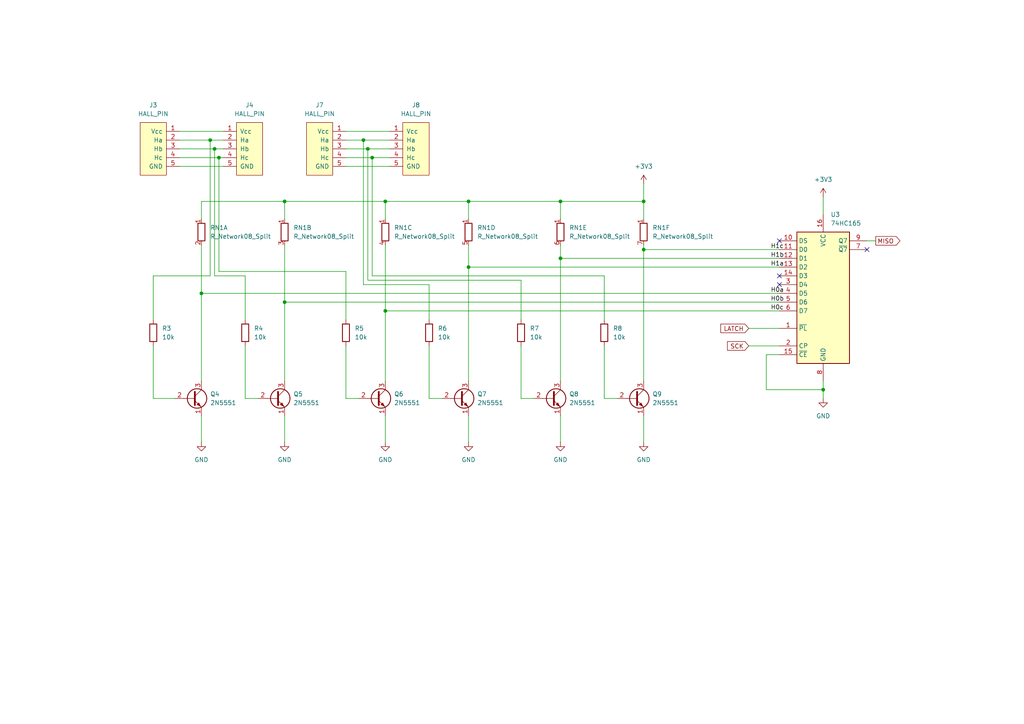
<source format=kicad_sch>
(kicad_sch (version 20250114) (generator "eeschema") (generator_version "9.0")
  (paper "A4")
  (lib_symbols
    (symbol "2SC1815_1" (pin_names (offset 0) (hide yes))
      (property "Reference" "Q3" (at 5.08 1.2701 0))
      (property "Value" "2SC1815" (at 5.08 -1.2699 0))
      (symbol "2SC1815_1_0_1"
        (polyline (pts (xy -2.54 0) (xy 0.635 0)))
        (polyline (pts (xy 0.635 1.905) (xy 0.635 -1.905)) (stroke (width 0.508)))
        (circle (center 1.27 0) (radius 2.8194) (stroke (width 0.254)))
      )
      (symbol "2SC1815_1_1_1"
        (polyline (pts (xy 0.635 0.635) (xy 2.54 2.54)))
        (polyline (pts (xy 0.635 -0.635) (xy 2.54 -2.54)))
        (polyline (pts (xy 1.27 -1.778) (xy 1.778 -1.27) (xy 2.286 -2.286) (xy 1.27 -1.778)) (fill (type outline)))
        (pin input line (at -5.08 0 0) (length 2.54) (name "B") (number "2"))
        (pin passive line (at 2.54 5.08 270) (length 2.54) (name "C") (number "3"))
        (pin passive line (at 2.54 -5.08 90) (length 2.54) (name "E") (number "1"))
      )
    )
    (symbol "74xx:74HC165"
      (property "Reference" "U" (at -7.62 19.05 0))
      (property "Value" "74HC165" (at -7.62 -21.59 0))
      (symbol "74HC165_1_0"
        (pin input line (at -12.7 15.24 0) (length 5.08) (name "DS") (number "10"))
        (pin input line (at -12.7 12.7 0) (length 5.08) (name "D0") (number "11"))
        (pin input line (at -12.7 10.16 0) (length 5.08) (name "D1") (number "12"))
        (pin input line (at -12.7 7.62 0) (length 5.08) (name "D2") (number "13"))
        (pin input line (at -12.7 5.08 0) (length 5.08) (name "D3") (number "14"))
        (pin input line (at -12.7 2.54 0) (length 5.08) (name "D4") (number "3"))
        (pin input line (at -12.7 0 0) (length 5.08) (name "D5") (number "4"))
        (pin input line (at -12.7 -2.54 0) (length 5.08) (name "D6") (number "5"))
        (pin input line (at -12.7 -5.08 0) (length 5.08) (name "D7") (number "6"))
        (pin input line (at -12.7 -10.16 0) (length 5.08) (name "~{PL}") (number "1"))
        (pin input line (at -12.7 -15.24 0) (length 5.08) (name "CP") (number "2"))
        (pin input line (at -12.7 -17.78 0) (length 5.08) (name "~{CE}") (number "15"))
        (pin power_in line (at 0 22.86 270) (length 5.08) (name "VCC") (number "16"))
        (pin power_in line (at 0 -25.4 90) (length 5.08) (name "GND") (number "8"))
        (pin output line (at 12.7 15.24 180) (length 5.08) (name "Q7") (number "9"))
        (pin output line (at 12.7 12.7 180) (length 5.08) (name "~{Q7}") (number "7"))
      )
      (symbol "74HC165_1_1"
        (rectangle (start -7.62 17.78) (end 7.62 -20.32) (stroke (width 0.254)) (fill (type background)))
      )
    )
    (symbol "Conn_01x05_Pin_1" (pin_names (offset 1.016))
      (property "Reference" "J2" (at -10.414 6.35 0))
      (property "Value" "HALL_PIN" (at -7.366 4.064 0))
      (symbol "Conn_01x05_Pin_1_1_1"
        (rectangle (start -11.43 2.54) (end -3.81 -12.7) (fill (type background)))
        (pin passive line (at 0 0 180) (length 3.81) (name "Vcc") (number "1"))
        (pin passive line (at 0 -2.54 180) (length 3.81) (name "Ha") (number "2"))
        (pin passive line (at 0 -5.08 180) (length 3.81) (name "Hb") (number "3"))
        (pin passive line (at 0 -7.62 180) (length 3.81) (name "Hc") (number "4"))
        (pin passive line (at 0 -10.16 180) (length 3.81) (name "GND") (number "5"))
      )
    )
    (symbol "Device:R" (pin_numbers (hide yes)) (pin_names (offset 0))
      (property "Reference" "R" (at 2.032 0 90))
      (property "Value" "R" (at 0 0 90))
      (symbol "R_0_1"
        (rectangle (start -1.016 -2.54) (end 1.016 2.54) (stroke (width 0.254)))
      )
      (symbol "R_1_1"
        (pin passive line (at 0 3.81 270) (length 1.27) (name "~") (number "1"))
        (pin passive line (at 0 -3.81 90) (length 1.27) (name "~") (number "2"))
      )
    )
    (symbol "Device:R_Network08_Split" (pin_names (offset 0) (hide yes))
      (property "Reference" "RN" (at 2.032 0 90))
      (property "Value" "R_Network08_Split" (at 0 0 90))
      (symbol "R_Network08_Split_0_1"
        (rectangle (start 1.016 2.54) (end -1.016 -2.54) (stroke (width 0.254)))
        (pin passive line (at 0 3.81 270) (length 1.27) (name "R1") (number "1"))
      )
      (symbol "R_Network08_Split_1_1"
        (pin passive line (at 0 -3.81 90) (length 1.27) (name "R1.2") (number "2"))
      )
      (symbol "R_Network08_Split_2_1"
        (pin passive line (at 0 -3.81 90) (length 1.27) (name "R2.2") (number "3"))
      )
      (symbol "R_Network08_Split_3_1"
        (pin passive line (at 0 -3.81 90) (length 1.27) (name "R3.2") (number "4"))
      )
      (symbol "R_Network08_Split_4_1"
        (pin passive line (at 0 -3.81 90) (length 1.27) (name "R4.2") (number "5"))
      )
      (symbol "R_Network08_Split_5_1"
        (pin passive line (at 0 -3.81 90) (length 1.27) (name "R5.2") (number "6"))
      )
      (symbol "R_Network08_Split_6_1"
        (pin passive line (at 0 -3.81 90) (length 1.27) (name "R6.2") (number "7"))
      )
      (symbol "R_Network08_Split_7_1"
        (pin passive line (at 0 -3.81 90) (length 1.27) (name "R7.2") (number "8"))
      )
      (symbol "R_Network08_Split_8_1"
        (pin passive line (at 0 -3.81 90) (length 1.27) (name "R8.2") (number "9"))
      )
    )
    (symbol "power:+3V3" (power) (pin_numbers (hide yes)) (pin_names (offset 0) (hide yes))
      (property "Value" "+3V3" (at 0 3.556 0))
      (symbol "+3V3_0_1"
        (polyline (pts (xy -0.762 1.27) (xy 0 2.54)))
        (polyline (pts (xy 0 2.54) (xy 0.762 1.27)))
        (polyline (pts (xy 0 0) (xy 0 2.54)))
      )
      (symbol "+3V3_1_1"
        (pin power_in line (at 0 0 90) (length 0) (name "~") (number "1"))
      )
    )
    (symbol "power:GND" (power) (pin_numbers (hide yes)) (pin_names (offset 0) (hide yes))
      (property "Value" "GND" (at 0 -3.81 0))
      (symbol "GND_0_1"
        (polyline (pts (xy 0 0) (xy 0 -1.27) (xy 1.27 -1.27) (xy 0 -2.54) (xy -1.27 -1.27) (xy 0 -1.27)))
      )
      (symbol "GND_1_1"
        (pin power_in line (at 0 0 270) (length 0) (name "~") (number "1"))
      )
    )
  )
  (junction (at 135.89 58.42))
  (junction (at 63.5 45.72))
  (junction (at 135.89 77.47))
  (junction (at 82.55 87.63))
  (junction (at 107.95 45.72))
  (junction (at 58.42 85.09))
  (junction (at 106.68 43.18))
  (junction (at 162.56 74.93))
  (junction (at 105.41 40.64))
  (junction (at 111.76 58.42))
  (junction (at 186.69 58.42))
  (junction (at 238.76 113.03))
  (junction (at 62.23 43.18))
  (junction (at 82.55 58.42))
  (junction (at 162.56 58.42))
  (junction (at 111.76 90.17))
  (junction (at 186.69 72.39))
  (junction (at 60.96 40.64))
  (no_connect (at 251.46 72.39))
  (no_connect (at 226.06 82.55))
  (no_connect (at 226.06 69.85))
  (no_connect (at 226.06 80.01))
  (wire (pts (xy 162.56 74.93) (xy 162.56 71.12)))
  (wire (pts (xy 151.13 92.71) (xy 151.13 81.28)))
  (wire (pts (xy 62.23 80.01) (xy 62.23 43.18)))
  (wire (pts (xy 186.69 110.49) (xy 186.69 72.39)))
  (wire (pts (xy 44.45 92.71) (xy 44.45 80.01)))
  (wire (pts (xy 124.46 115.57) (xy 128.27 115.57)))
  (wire (pts (xy 113.03 45.72) (xy 107.95 45.72)))
  (wire (pts (xy 106.68 81.28) (xy 106.68 43.18)))
  (wire (pts (xy 113.03 43.18) (xy 106.68 43.18)))
  (wire (pts (xy 162.56 74.93) (xy 226.06 74.93)))
  (wire (pts (xy 100.33 100.33) (xy 100.33 115.57)))
  (wire (pts (xy 135.89 71.12) (xy 135.89 77.47)))
  (wire (pts (xy 58.42 71.12) (xy 58.42 85.09)))
  (wire (pts (xy 238.76 113.03) (xy 238.76 115.57)))
  (wire (pts (xy 100.33 78.74) (xy 63.5 78.74)))
  (wire (pts (xy 64.77 38.1) (xy 52.07 38.1)))
  (wire (pts (xy 186.69 72.39) (xy 226.06 72.39)))
  (wire (pts (xy 113.03 38.1) (xy 100.33 38.1)))
  (wire (pts (xy 113.03 40.64) (xy 105.41 40.64)))
  (wire (pts (xy 100.33 92.71) (xy 100.33 78.74)))
  (wire (pts (xy 107.95 45.72) (xy 100.33 45.72)))
  (wire (pts (xy 100.33 43.18) (xy 106.68 43.18)))
  (wire (pts (xy 124.46 82.55) (xy 105.41 82.55)))
  (wire (pts (xy 175.26 80.01) (xy 107.95 80.01)))
  (wire (pts (xy 44.45 80.01) (xy 60.96 80.01)))
  (wire (pts (xy 124.46 92.71) (xy 124.46 82.55)))
  (wire (pts (xy 111.76 71.12) (xy 111.76 90.17)))
  (wire (pts (xy 151.13 81.28) (xy 106.68 81.28)))
  (wire (pts (xy 44.45 115.57) (xy 44.45 100.33)))
  (wire (pts (xy 82.55 120.65) (xy 82.55 128.27)))
  (wire (pts (xy 162.56 120.65) (xy 162.56 128.27)))
  (wire (pts (xy 107.95 80.01) (xy 107.95 45.72)))
  (wire (pts (xy 162.56 110.49) (xy 162.56 74.93)))
  (wire (pts (xy 71.12 100.33) (xy 71.12 115.57)))
  (wire (pts (xy 60.96 80.01) (xy 60.96 40.64)))
  (wire (pts (xy 186.69 72.39) (xy 186.69 71.12)))
  (wire (pts (xy 135.89 63.5) (xy 135.89 58.42)))
  (wire (pts (xy 64.77 45.72) (xy 63.5 45.72)))
  (wire (pts (xy 71.12 80.01) (xy 62.23 80.01)))
  (wire (pts (xy 111.76 120.65) (xy 111.76 128.27)))
  (wire (pts (xy 64.77 48.26) (xy 52.07 48.26)))
  (wire (pts (xy 135.89 58.42) (xy 162.56 58.42)))
  (wire (pts (xy 135.89 77.47) (xy 226.06 77.47)))
  (wire (pts (xy 111.76 90.17) (xy 226.06 90.17)))
  (wire (pts (xy 162.56 58.42) (xy 186.69 58.42)))
  (wire (pts (xy 82.55 58.42) (xy 111.76 58.42)))
  (wire (pts (xy 64.77 43.18) (xy 62.23 43.18)))
  (wire (pts (xy 52.07 43.18) (xy 62.23 43.18)))
  (wire (pts (xy 82.55 87.63) (xy 226.06 87.63)))
  (wire (pts (xy 175.26 92.71) (xy 175.26 80.01)))
  (wire (pts (xy 111.76 58.42) (xy 135.89 58.42)))
  (wire (pts (xy 100.33 115.57) (xy 104.14 115.57)))
  (wire (pts (xy 105.41 82.55) (xy 105.41 40.64)))
  (wire (pts (xy 135.89 77.47) (xy 135.89 110.49)))
  (wire (pts (xy 111.76 90.17) (xy 111.76 110.49)))
  (wire (pts (xy 58.42 85.09) (xy 226.06 85.09)))
  (wire (pts (xy 58.42 63.5) (xy 58.42 58.42)))
  (wire (pts (xy 100.33 40.64) (xy 105.41 40.64)))
  (wire (pts (xy 222.25 102.87) (xy 226.06 102.87)))
  (wire (pts (xy 186.69 53.34) (xy 186.69 58.42)))
  (wire (pts (xy 124.46 100.33) (xy 124.46 115.57)))
  (wire (pts (xy 151.13 100.33) (xy 151.13 115.57)))
  (wire (pts (xy 113.03 48.26) (xy 100.33 48.26)))
  (wire (pts (xy 238.76 110.49) (xy 238.76 113.03)))
  (wire (pts (xy 238.76 57.15) (xy 238.76 62.23)))
  (wire (pts (xy 71.12 115.57) (xy 74.93 115.57)))
  (wire (pts (xy 217.17 95.25) (xy 226.06 95.25)))
  (wire (pts (xy 58.42 85.09) (xy 58.42 110.49)))
  (wire (pts (xy 50.8 115.57) (xy 44.45 115.57)))
  (wire (pts (xy 251.46 69.85) (xy 254 69.85)))
  (wire (pts (xy 82.55 110.49) (xy 82.55 87.63)))
  (wire (pts (xy 82.55 63.5) (xy 82.55 58.42)))
  (wire (pts (xy 151.13 115.57) (xy 154.94 115.57)))
  (wire (pts (xy 63.5 45.72) (xy 52.07 45.72)))
  (wire (pts (xy 226.06 100.33) (xy 217.17 100.33)))
  (wire (pts (xy 222.25 113.03) (xy 238.76 113.03)))
  (wire (pts (xy 58.42 120.65) (xy 58.42 128.27)))
  (wire (pts (xy 175.26 100.33) (xy 175.26 115.57)))
  (wire (pts (xy 162.56 63.5) (xy 162.56 58.42)))
  (wire (pts (xy 186.69 120.65) (xy 186.69 128.27)))
  (wire (pts (xy 58.42 58.42) (xy 82.55 58.42)))
  (wire (pts (xy 52.07 40.64) (xy 60.96 40.64)))
  (wire (pts (xy 186.69 58.42) (xy 186.69 63.5)))
  (wire (pts (xy 63.5 78.74) (xy 63.5 45.72)))
  (wire (pts (xy 71.12 92.71) (xy 71.12 80.01)))
  (wire (pts (xy 111.76 63.5) (xy 111.76 58.42)))
  (wire (pts (xy 135.89 120.65) (xy 135.89 128.27)))
  (wire (pts (xy 222.25 102.87) (xy 222.25 113.03)))
  (wire (pts (xy 179.07 115.57) (xy 175.26 115.57)))
  (wire (pts (xy 82.55 87.63) (xy 82.55 71.12)))
  (wire (pts (xy 64.77 40.64) (xy 60.96 40.64)))
  (label "H1a" (at 223.52 77.47 0))
  (label "H0c" (at 223.52 90.17 0))
  (label "H0a" (at 223.52 85.09 0))
  (label "H1b" (at 223.52 74.93 0))
  (label "H0b" (at 223.52 87.63 0))
  (label "H1c" (at 223.52 72.39 0))
  (global_label "MISO" (shape output) (at 254 69.85 0) (property "Intersheetrefs" "${INTERSHEET_REFS}" (effects (hide yes))))
  (global_label "SCK" (shape input) (at 217.17 100.33 180) (property "Intersheetrefs" "${INTERSHEET_REFS}" (effects (hide yes))))
  (global_label "LATCH" (shape input) (at 217.17 95.25 180) (property "Intersheetrefs" "${INTERSHEET_REFS}" (effects (hide yes))))
  (symbol (lib_name "Conn_01x05_Pin_1") (lib_id "Connector:Conn_01x05_Pin") (at 113.03 38.1 0) (mirror y) (unit 1)
    (property "Reference" "J8" (at 120.65 30.48 0))
    (property "Value" "HALL_PIN" (at 120.65 33.02 0))
    (property "Footprint" "Connector_PinHeader_2.54mm:PinHeader_1x05_P2.54mm_Vertical" (effects (hide yes)))
    (property "Description" "Generic connector, single row, 01x05, script generated" (effects (hide yes)))
  )
  (symbol (lib_id "Device:R") (at 124.46 96.52 0) (unit 1)
    (property "Reference" "R6" (at 127 95.2499 0) (effects (justify left)))
    (property "Value" "10k" (at 127 97.7899 0) (effects (justify left)))
    (property "Footprint" "Resistor_THT:R_Axial_DIN0207_L6.3mm_D2.5mm_P10.16mm_Horizontal" (effects (hide yes)))
    (property "Description" "Resistor" (effects (hide yes)))
  )
  (symbol (lib_id "Device:R") (at 44.45 96.52 0) (unit 1)
    (property "Reference" "R3" (at 46.99 95.2499 0) (effects (justify left)))
    (property "Value" "10k" (at 46.99 97.7899 0) (effects (justify left)))
    (property "Footprint" "Resistor_THT:R_Axial_DIN0207_L6.3mm_D2.5mm_P10.16mm_Horizontal" (effects (hide yes)))
    (property "Description" "Resistor" (effects (hide yes)))
  )
  (symbol (lib_id "power:GND") (at 238.76 115.57 0) (unit 1)
    (property "Reference" "#PWR017" (effects (hide yes)))
    (property "Value" "GND" (at 238.76 120.65 0))
    (property "Description" "Power symbol creates a global label with name \"GND\" , ground" (effects (hide yes)))
  )
  (symbol (lib_name "2SC1815_1") (lib_id "Transistor_BJT:2SC1815") (at 109.22 115.57 0) (unit 1)
    (property "Reference" "Q6" (at 114.3 114.2999 0) (effects (justify left)))
    (property "Value" "2N5551" (at 114.3 116.8399 0) (effects (justify left)))
    (property "Footprint" "Package_TO_SOT_THT:TO-92_Inline" (effects (hide yes)))
    (property "Datasheet" "https://media.digikey.com/pdf/Data%20Sheets/Toshiba%20PDFs/2SC1815.pdf" (effects (hide yes)))
    (property "Description" "0.15A Ic, 50V Vce, Low Noise Audio NPN Transistor, TO-92" (effects (hide yes)))
  )
  (symbol (lib_id "Device:R") (at 175.26 96.52 0) (unit 1)
    (property "Reference" "R8" (at 177.8 95.2499 0) (effects (justify left)))
    (property "Value" "10k" (at 177.8 97.7899 0) (effects (justify left)))
    (property "Footprint" "Resistor_THT:R_Axial_DIN0207_L6.3mm_D2.5mm_P10.16mm_Horizontal" (effects (hide yes)))
    (property "Description" "Resistor" (effects (hide yes)))
  )
  (symbol (lib_id "Device:R_Network08_Split") (at 162.56 67.31 0) (unit 5)
    (property "Reference" "RN1" (at 165.1 66.0399 0) (effects (justify left)))
    (property "Value" "R_Network08_Split" (at 165.1 68.5799 0) (effects (justify left)))
    (property "Footprint" "Resistor_THT:R_Array_SIP9" (effects (hide yes)))
    (property "Datasheet" "http://www.vishay.com/docs/31509/csc.pdf" (effects (hide yes)))
    (property "Description" "8 resistor network, star topology, bussed resistors, split" (effects (hide yes)))
  )
  (symbol (lib_name "2SC1815_1") (lib_id "Transistor_BJT:2SC1815") (at 184.15 115.57 0) (unit 1)
    (property "Reference" "Q9" (at 189.23 114.2999 0) (effects (justify left)))
    (property "Value" "2N5551" (at 189.23 116.8399 0) (effects (justify left)))
    (property "Footprint" "Package_TO_SOT_THT:TO-92_Inline" (effects (hide yes)))
    (property "Datasheet" "https://media.digikey.com/pdf/Data%20Sheets/Toshiba%20PDFs/2SC1815.pdf" (effects (hide yes)))
    (property "Description" "0.15A Ic, 50V Vce, Low Noise Audio NPN Transistor, TO-92" (effects (hide yes)))
  )
  (symbol (lib_id "power:GND") (at 135.89 128.27 0) (unit 1)
    (property "Reference" "#PWR020" (effects (hide yes)))
    (property "Value" "GND" (at 135.89 133.35 0))
    (property "Description" "Power symbol creates a global label with name \"GND\" , ground" (effects (hide yes)))
  )
  (symbol (lib_id "power:GND") (at 162.56 128.27 0) (unit 1)
    (property "Reference" "#PWR019" (effects (hide yes)))
    (property "Value" "GND" (at 162.56 133.35 0))
    (property "Description" "Power symbol creates a global label with name \"GND\" , ground" (effects (hide yes)))
  )
  (symbol (lib_name "Conn_01x05_Pin_1") (lib_id "Connector:Conn_01x05_Pin") (at 64.77 38.1 0) (mirror y) (unit 1)
    (property "Reference" "J4" (at 72.39 30.48 0))
    (property "Value" "HALL_PIN" (at 72.39 33.02 0))
    (property "Footprint" "Connector_PinHeader_2.54mm:PinHeader_1x05_P2.54mm_Vertical" (effects (hide yes)))
    (property "Description" "Generic connector, single row, 01x05, script generated" (effects (hide yes)))
  )
  (symbol (lib_name "2SC1815_1") (lib_id "Transistor_BJT:2SC1815") (at 160.02 115.57 0) (unit 1)
    (property "Reference" "Q8" (at 165.1 114.2999 0) (effects (justify left)))
    (property "Value" "2N5551" (at 165.1 116.8399 0) (effects (justify left)))
    (property "Footprint" "Package_TO_SOT_THT:TO-92_Inline" (effects (hide yes)))
    (property "Datasheet" "https://media.digikey.com/pdf/Data%20Sheets/Toshiba%20PDFs/2SC1815.pdf" (effects (hide yes)))
    (property "Description" "0.15A Ic, 50V Vce, Low Noise Audio NPN Transistor, TO-92" (effects (hide yes)))
  )
  (symbol (lib_id "Device:R_Network08_Split") (at 186.69 67.31 0) (unit 6)
    (property "Reference" "RN1" (at 189.23 66.0399 0) (effects (justify left)))
    (property "Value" "R_Network08_Split" (at 189.23 68.5799 0) (effects (justify left)))
    (property "Footprint" "Resistor_THT:R_Array_SIP9" (effects (hide yes)))
    (property "Datasheet" "http://www.vishay.com/docs/31509/csc.pdf" (effects (hide yes)))
    (property "Description" "8 resistor network, star topology, bussed resistors, split" (effects (hide yes)))
  )
  (symbol (lib_id "74xx:74HC165") (at 238.76 85.09 0) (unit 1)
    (property "Reference" "U3" (at 240.9033 62.23 0) (effects (justify left)))
    (property "Value" "74HC165" (at 240.9033 64.77 0) (effects (justify left)))
    (property "Footprint" "Package_DIP:DIP-16_W7.62mm_LongPads" (effects (hide yes)))
    (property "Datasheet" "https://assets.nexperia.com/documents/data-sheet/74HC_HCT165.pdf" (effects (hide yes)))
    (property "Description" "Shift Register, 8-bit, Parallel Load" (effects (hide yes)))
  )
  (symbol (lib_id "Device:R_Network08_Split") (at 58.42 67.31 0) (unit 1)
    (property "Reference" "RN1" (at 60.96 66.0399 0) (effects (justify left)))
    (property "Value" "R_Network08_Split" (at 60.96 68.5799 0) (effects (justify left)))
    (property "Footprint" "Resistor_THT:R_Array_SIP9" (effects (hide yes)))
    (property "Datasheet" "http://www.vishay.com/docs/31509/csc.pdf" (effects (hide yes)))
    (property "Description" "8 resistor network, star topology, bussed resistors, split" (effects (hide yes)))
  )
  (symbol (lib_id "Device:R") (at 151.13 96.52 0) (unit 1)
    (property "Reference" "R7" (at 153.67 95.2499 0) (effects (justify left)))
    (property "Value" "10k" (at 153.67 97.7899 0) (effects (justify left)))
    (property "Footprint" "Resistor_THT:R_Axial_DIN0207_L6.3mm_D2.5mm_P10.16mm_Horizontal" (effects (hide yes)))
    (property "Description" "Resistor" (effects (hide yes)))
  )
  (symbol (lib_id "power:GND") (at 58.42 128.27 0) (unit 1)
    (property "Reference" "#PWR023" (effects (hide yes)))
    (property "Value" "GND" (at 58.42 133.35 0))
    (property "Description" "Power symbol creates a global label with name \"GND\" , ground" (effects (hide yes)))
  )
  (symbol (lib_id "Device:R") (at 100.33 96.52 0) (unit 1)
    (property "Reference" "R5" (at 102.87 95.2499 0) (effects (justify left)))
    (property "Value" "10k" (at 102.87 97.7899 0) (effects (justify left)))
    (property "Footprint" "Resistor_THT:R_Axial_DIN0207_L6.3mm_D2.5mm_P10.16mm_Horizontal" (effects (hide yes)))
    (property "Description" "Resistor" (effects (hide yes)))
  )
  (symbol (lib_id "power:+3V3") (at 186.69 53.34 0) (unit 1)
    (property "Reference" "#PWR024" (effects (hide yes)))
    (property "Value" "+3V3" (at 186.69 48.26 0))
    (property "Description" "Power symbol creates a global label with name \"+3V3\"" (effects (hide yes)))
  )
  (symbol (lib_id "Device:R_Network08_Split") (at 111.76 67.31 0) (unit 3)
    (property "Reference" "RN1" (at 114.3 66.0399 0) (effects (justify left)))
    (property "Value" "R_Network08_Split" (at 114.3 68.5799 0) (effects (justify left)))
    (property "Footprint" "Resistor_THT:R_Array_SIP9" (effects (hide yes)))
    (property "Datasheet" "http://www.vishay.com/docs/31509/csc.pdf" (effects (hide yes)))
    (property "Description" "8 resistor network, star topology, bussed resistors, split" (effects (hide yes)))
  )
  (symbol (lib_id "power:GND") (at 111.76 128.27 0) (unit 1)
    (property "Reference" "#PWR021" (effects (hide yes)))
    (property "Value" "GND" (at 111.76 133.35 0))
    (property "Description" "Power symbol creates a global label with name \"GND\" , ground" (effects (hide yes)))
  )
  (symbol (lib_name "2SC1815_1") (lib_id "Transistor_BJT:2SC1815") (at 55.88 115.57 0) (unit 1)
    (property "Reference" "Q4" (at 60.96 114.2999 0) (effects (justify left)))
    (property "Value" "2N5551" (at 60.96 116.8399 0) (effects (justify left)))
    (property "Footprint" "Package_TO_SOT_THT:TO-92_Inline" (effects (hide yes)))
    (property "Datasheet" "https://media.digikey.com/pdf/Data%20Sheets/Toshiba%20PDFs/2SC1815.pdf" (effects (hide yes)))
    (property "Description" "0.15A Ic, 50V Vce, Low Noise Audio NPN Transistor, TO-92" (effects (hide yes)))
  )
  (symbol (lib_name "2SC1815_1") (lib_id "Transistor_BJT:2SC1815") (at 133.35 115.57 0) (unit 1)
    (property "Reference" "Q7" (at 138.43 114.2999 0) (effects (justify left)))
    (property "Value" "2N5551" (at 138.43 116.8399 0) (effects (justify left)))
    (property "Footprint" "Package_TO_SOT_THT:TO-92_Inline" (effects (hide yes)))
    (property "Datasheet" "https://media.digikey.com/pdf/Data%20Sheets/Toshiba%20PDFs/2SC1815.pdf" (effects (hide yes)))
    (property "Description" "0.15A Ic, 50V Vce, Low Noise Audio NPN Transistor, TO-92" (effects (hide yes)))
  )
  (symbol (lib_id "power:+3V3") (at 238.76 57.15 0) (unit 1)
    (property "Reference" "#PWR016" (effects (hide yes)))
    (property "Value" "+3V3" (at 238.76 52.07 0))
    (property "Description" "Power symbol creates a global label with name \"+3V3\"" (effects (hide yes)))
  )
  (symbol (lib_id "power:GND") (at 186.69 128.27 0) (unit 1)
    (property "Reference" "#PWR018" (effects (hide yes)))
    (property "Value" "GND" (at 186.69 133.35 0))
    (property "Description" "Power symbol creates a global label with name \"GND\" , ground" (effects (hide yes)))
  )
  (symbol (lib_id "Device:R_Network08_Split") (at 82.55 67.31 0) (unit 2)
    (property "Reference" "RN1" (at 85.09 66.0399 0) (effects (justify left)))
    (property "Value" "R_Network08_Split" (at 85.09 68.5799 0) (effects (justify left)))
    (property "Footprint" "Resistor_THT:R_Array_SIP9" (effects (hide yes)))
    (property "Datasheet" "http://www.vishay.com/docs/31509/csc.pdf" (effects (hide yes)))
    (property "Description" "8 resistor network, star topology, bussed resistors, split" (effects (hide yes)))
  )
  (symbol (lib_id "Device:R") (at 71.12 96.52 0) (unit 1)
    (property "Reference" "R4" (at 73.66 95.2499 0) (effects (justify left)))
    (property "Value" "10k" (at 73.66 97.7899 0) (effects (justify left)))
    (property "Footprint" "Resistor_THT:R_Axial_DIN0207_L6.3mm_D2.5mm_P10.16mm_Horizontal" (effects (hide yes)))
    (property "Description" "Resistor" (effects (hide yes)))
  )
  (symbol (lib_id "Device:R_Network08_Split") (at 135.89 67.31 0) (unit 4)
    (property "Reference" "RN1" (at 138.43 66.0399 0) (effects (justify left)))
    (property "Value" "R_Network08_Split" (at 138.43 68.5799 0) (effects (justify left)))
    (property "Footprint" "Resistor_THT:R_Array_SIP9" (effects (hide yes)))
    (property "Datasheet" "http://www.vishay.com/docs/31509/csc.pdf" (effects (hide yes)))
    (property "Description" "8 resistor network, star topology, bussed resistors, split" (effects (hide yes)))
  )
  (symbol (lib_name "Conn_01x05_Pin_1") (lib_id "Connector:Conn_01x05_Pin") (at 52.07 38.1 0) (unit 1)
    (property "Reference" "J3" (at 44.45 30.48 0))
    (property "Value" "HALL_PIN" (at 44.45 33.02 0))
    (property "Footprint" "Connector_PinHeader_2.54mm:PinHeader_1x05_P2.54mm_Vertical" (effects (hide yes)))
    (property "Description" "Generic connector, single row, 01x05, script generated" (effects (hide yes)))
  )
  (symbol (lib_name "2SC1815_1") (lib_id "Transistor_BJT:2SC1815") (at 80.01 115.57 0) (unit 1)
    (property "Reference" "Q5" (at 85.09 114.2999 0) (effects (justify left)))
    (property "Value" "2N5551" (at 85.09 116.8399 0) (effects (justify left)))
    (property "Footprint" "Package_TO_SOT_THT:TO-92_Inline" (effects (hide yes)))
    (property "Datasheet" "https://media.digikey.com/pdf/Data%20Sheets/Toshiba%20PDFs/2SC1815.pdf" (effects (hide yes)))
    (property "Description" "0.15A Ic, 50V Vce, Low Noise Audio NPN Transistor, TO-92" (effects (hide yes)))
  )
  (symbol (lib_name "Conn_01x05_Pin_1") (lib_id "Connector:Conn_01x05_Pin") (at 100.33 38.1 0) (unit 1)
    (property "Reference" "J7" (at 92.71 30.48 0))
    (property "Value" "HALL_PIN" (at 92.71 33.02 0))
    (property "Footprint" "Connector_PinHeader_2.54mm:PinHeader_1x05_P2.54mm_Vertical" (effects (hide yes)))
    (property "Description" "Generic connector, single row, 01x05, script generated" (effects (hide yes)))
  )
  (symbol (lib_id "power:GND") (at 82.55 128.27 0) (unit 1)
    (property "Reference" "#PWR022" (effects (hide yes)))
    (property "Value" "GND" (at 82.55 133.35 0))
    (property "Description" "Power symbol creates a global label with name \"GND\" , ground" (effects (hide yes)))
  )
)
</source>
